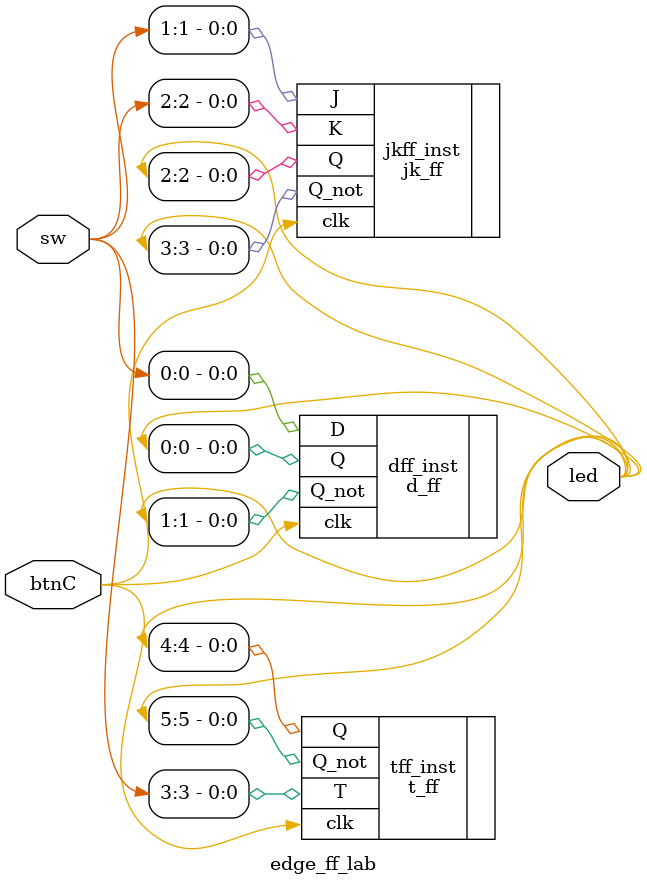
<source format=v>
module edge_ff_lab(
    input  [3:0] sw,   // sw[0] D, sw[1] J, sw[2] K, sw[3] T
    input        btnC, // shared clock
    output [5:0] led   // outputs for all flip-flops
);

    // D Flip-Flop
    d_ff dff_inst (
        .clk   (btnC),
        .D     (sw[0]),
        .Q     (led[0]),
        .Q_not (led[1])
    );

    // JK Flip-Flop
    jk_ff jkff_inst (
        .clk   (btnC),
        .J     (sw[1]),
        .K     (sw[2]),
        .Q     (led[2]),
        .Q_not (led[3])
    );

    // T Flip-Flop
    t_ff tff_inst (
        .clk   (btnC),
        .T     (sw[3]),
        .Q     (led[4]),
        .Q_not (led[5])
    );

endmodule
</source>
